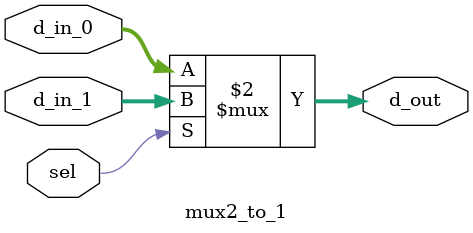
<source format=v>
module mux2_to_1 #(
    parameter DATA_WIDTH = 32
)(
    input [DATA_WIDTH-1:0] d_in_0, d_in_1,
    input sel,
    output [DATA_WIDTH-1:0] d_out
);

assign d_out = ( sel == 0 ) ? d_in_0 : d_in_1;

endmodule
</source>
